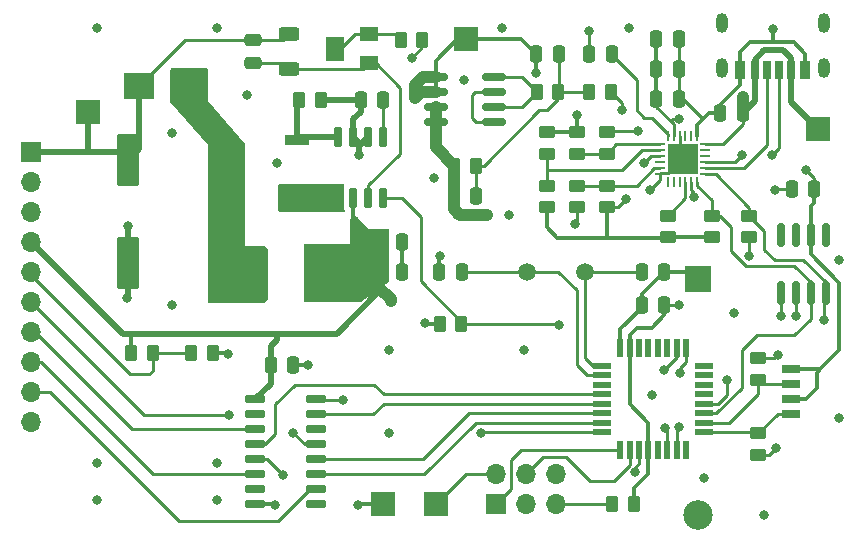
<source format=gbr>
%TF.GenerationSoftware,KiCad,Pcbnew,(6.0.2)*%
%TF.CreationDate,2023-05-20T08:16:15+01:00*%
%TF.ProjectId,Main Board,4d61696e-2042-46f6-9172-642e6b696361,rev?*%
%TF.SameCoordinates,Original*%
%TF.FileFunction,Copper,L1,Top*%
%TF.FilePolarity,Positive*%
%FSLAX46Y46*%
G04 Gerber Fmt 4.6, Leading zero omitted, Abs format (unit mm)*
G04 Created by KiCad (PCBNEW (6.0.2)) date 2023-05-20 08:16:15*
%MOMM*%
%LPD*%
G01*
G04 APERTURE LIST*
G04 Aperture macros list*
%AMRoundRect*
0 Rectangle with rounded corners*
0 $1 Rounding radius*
0 $2 $3 $4 $5 $6 $7 $8 $9 X,Y pos of 4 corners*
0 Add a 4 corners polygon primitive as box body*
4,1,4,$2,$3,$4,$5,$6,$7,$8,$9,$2,$3,0*
0 Add four circle primitives for the rounded corners*
1,1,$1+$1,$2,$3*
1,1,$1+$1,$4,$5*
1,1,$1+$1,$6,$7*
1,1,$1+$1,$8,$9*
0 Add four rect primitives between the rounded corners*
20,1,$1+$1,$2,$3,$4,$5,0*
20,1,$1+$1,$4,$5,$6,$7,0*
20,1,$1+$1,$6,$7,$8,$9,0*
20,1,$1+$1,$8,$9,$2,$3,0*%
G04 Aperture macros list end*
%TA.AperFunction,SMDPad,CuDef*%
%ADD10RoundRect,0.250000X-0.250000X-0.475000X0.250000X-0.475000X0.250000X0.475000X-0.250000X0.475000X0*%
%TD*%
%TA.AperFunction,SMDPad,CuDef*%
%ADD11R,2.150000X0.950000*%
%TD*%
%TA.AperFunction,SMDPad,CuDef*%
%ADD12R,2.150000X3.250000*%
%TD*%
%TA.AperFunction,SMDPad,CuDef*%
%ADD13RoundRect,0.250000X-0.262500X-0.450000X0.262500X-0.450000X0.262500X0.450000X-0.262500X0.450000X0*%
%TD*%
%TA.AperFunction,SMDPad,CuDef*%
%ADD14RoundRect,0.150000X0.825000X0.150000X-0.825000X0.150000X-0.825000X-0.150000X0.825000X-0.150000X0*%
%TD*%
%TA.AperFunction,SMDPad,CuDef*%
%ADD15RoundRect,0.250000X0.250000X0.475000X-0.250000X0.475000X-0.250000X-0.475000X0.250000X-0.475000X0*%
%TD*%
%TA.AperFunction,SMDPad,CuDef*%
%ADD16R,1.600000X1.300000*%
%TD*%
%TA.AperFunction,SMDPad,CuDef*%
%ADD17R,1.600000X2.000000*%
%TD*%
%TA.AperFunction,SMDPad,CuDef*%
%ADD18RoundRect,0.250000X-0.450000X0.262500X-0.450000X-0.262500X0.450000X-0.262500X0.450000X0.262500X0*%
%TD*%
%TA.AperFunction,SMDPad,CuDef*%
%ADD19R,2.000000X2.000000*%
%TD*%
%TA.AperFunction,SMDPad,CuDef*%
%ADD20RoundRect,0.250000X0.262500X0.450000X-0.262500X0.450000X-0.262500X-0.450000X0.262500X-0.450000X0*%
%TD*%
%TA.AperFunction,SMDPad,CuDef*%
%ADD21R,4.300000X4.000000*%
%TD*%
%TA.AperFunction,SMDPad,CuDef*%
%ADD22RoundRect,0.250000X0.450000X-0.262500X0.450000X0.262500X-0.450000X0.262500X-0.450000X-0.262500X0*%
%TD*%
%TA.AperFunction,WasherPad*%
%ADD23O,1.000000X1.700000*%
%TD*%
%TA.AperFunction,SMDPad,CuDef*%
%ADD24R,0.700000X1.600000*%
%TD*%
%TA.AperFunction,SMDPad,CuDef*%
%ADD25R,0.800000X1.600000*%
%TD*%
%TA.AperFunction,SMDPad,CuDef*%
%ADD26R,0.900000X1.600000*%
%TD*%
%TA.AperFunction,SMDPad,CuDef*%
%ADD27R,0.550000X1.500000*%
%TD*%
%TA.AperFunction,SMDPad,CuDef*%
%ADD28R,1.500000X0.550000*%
%TD*%
%TA.AperFunction,SMDPad,CuDef*%
%ADD29R,2.600000X2.600000*%
%TD*%
%TA.AperFunction,SMDPad,CuDef*%
%ADD30RoundRect,0.062500X-0.062500X-0.350000X0.062500X-0.350000X0.062500X0.350000X-0.062500X0.350000X0*%
%TD*%
%TA.AperFunction,SMDPad,CuDef*%
%ADD31RoundRect,0.062500X-0.350000X-0.062500X0.350000X-0.062500X0.350000X0.062500X-0.350000X0.062500X0*%
%TD*%
%TA.AperFunction,SMDPad,CuDef*%
%ADD32RoundRect,0.150000X0.150000X-0.725000X0.150000X0.725000X-0.150000X0.725000X-0.150000X-0.725000X0*%
%TD*%
%TA.AperFunction,SMDPad,CuDef*%
%ADD33RoundRect,0.250000X-0.625000X0.312500X-0.625000X-0.312500X0.625000X-0.312500X0.625000X0.312500X0*%
%TD*%
%TA.AperFunction,SMDPad,CuDef*%
%ADD34R,1.600000X0.800000*%
%TD*%
%TA.AperFunction,SMDPad,CuDef*%
%ADD35R,2.500000X2.300000*%
%TD*%
%TA.AperFunction,SMDPad,CuDef*%
%ADD36RoundRect,0.150000X-0.725000X-0.150000X0.725000X-0.150000X0.725000X0.150000X-0.725000X0.150000X0*%
%TD*%
%TA.AperFunction,ComponentPad*%
%ADD37R,1.700000X1.700000*%
%TD*%
%TA.AperFunction,ComponentPad*%
%ADD38O,1.700000X1.700000*%
%TD*%
%TA.AperFunction,SMDPad,CuDef*%
%ADD39RoundRect,0.150000X-0.150000X0.825000X-0.150000X-0.825000X0.150000X-0.825000X0.150000X0.825000X0*%
%TD*%
%TA.AperFunction,ComponentPad*%
%ADD40C,1.500000*%
%TD*%
%TA.AperFunction,SMDPad,CuDef*%
%ADD41RoundRect,0.250000X-0.700000X1.950000X-0.700000X-1.950000X0.700000X-1.950000X0.700000X1.950000X0*%
%TD*%
%TA.AperFunction,SMDPad,CuDef*%
%ADD42RoundRect,0.250000X-0.475000X0.250000X-0.475000X-0.250000X0.475000X-0.250000X0.475000X0.250000X0*%
%TD*%
%TA.AperFunction,ComponentPad*%
%ADD43R,2.170000X2.170000*%
%TD*%
%TA.AperFunction,ComponentPad*%
%ADD44C,2.500000*%
%TD*%
%TA.AperFunction,ViaPad*%
%ADD45C,0.800000*%
%TD*%
%TA.AperFunction,Conductor*%
%ADD46C,0.500000*%
%TD*%
%TA.AperFunction,Conductor*%
%ADD47C,1.000000*%
%TD*%
%TA.AperFunction,Conductor*%
%ADD48C,0.350000*%
%TD*%
%TA.AperFunction,Conductor*%
%ADD49C,0.250000*%
%TD*%
G04 APERTURE END LIST*
D10*
%TO.P,C4,1*%
%TO.N,/VBUS*%
X152142233Y-86622233D03*
%TO.P,C4,2*%
%TO.N,Net-(C4-Pad2)*%
X154042233Y-86622233D03*
%TD*%
D11*
%TO.P,Q2,1,G*%
%TO.N,Net-(Q2-Pad1)*%
X138897233Y-86501000D03*
D12*
%TO.P,Q2,2,D*%
%TO.N,Net-(D1-Pad2)*%
X133097233Y-84201000D03*
D11*
%TO.P,Q2,3,S*%
%TO.N,Net-(Q2-Pad3)*%
X138897233Y-81901000D03*
%TD*%
D13*
%TO.P,R14,1*%
%TO.N,+12V*%
X124820250Y-99949000D03*
%TO.P,R14,2*%
%TO.N,POLARITY_COND*%
X126645250Y-99949000D03*
%TD*%
D10*
%TO.P,C5,1*%
%TO.N,+3V3*%
X169287233Y-78437233D03*
%TO.P,C5,2*%
%TO.N,GND*%
X171187233Y-78437233D03*
%TD*%
D14*
%TO.P,Q1,1,S*%
%TO.N,Net-(Q1-Pad1)*%
X155567233Y-80342233D03*
%TO.P,Q1,2,G*%
%TO.N,Net-(Q1-Pad2)*%
X155567233Y-79072233D03*
%TO.P,Q1,3,S*%
%TO.N,Net-(Q1-Pad1)*%
X155567233Y-77802233D03*
%TO.P,Q1,4,G*%
%TO.N,Net-(Q1-Pad2)*%
X155567233Y-76532233D03*
%TO.P,Q1,5,D*%
%TO.N,+12V*%
X150617233Y-76532233D03*
%TO.P,Q1,6,G*%
X150617233Y-77802233D03*
%TO.P,Q1,7,D*%
%TO.N,/VBUS*%
X150617233Y-79072233D03*
%TO.P,Q1,8,G*%
X150617233Y-80342233D03*
%TD*%
D13*
%TO.P,R9,2*%
%TO.N,/VBUS_FET_EN*%
X165434733Y-77802233D03*
%TO.P,R9,1*%
%TO.N,Net-(C4-Pad2)*%
X163609733Y-77802233D03*
%TD*%
%TO.P,R8,1*%
%TO.N,Net-(Q1-Pad2)*%
X159164733Y-77802233D03*
%TO.P,R8,2*%
%TO.N,Net-(C4-Pad2)*%
X160989733Y-77802233D03*
%TD*%
D15*
%TO.P,C10,1*%
%TO.N,Net-(C10-Pad1)*%
X146152233Y-78486000D03*
%TO.P,C10,2*%
%TO.N,GND*%
X144252233Y-78486000D03*
%TD*%
D16*
%TO.P,RV1,1,1*%
%TO.N,FB*%
X144960000Y-75418000D03*
D17*
%TO.P,RV1,2,2*%
%TO.N,Net-(R21-Pad1)*%
X142060000Y-74168000D03*
D16*
%TO.P,RV1,3,3*%
X144960000Y-72918000D03*
%TD*%
D18*
%TO.P,R18,1*%
%TO.N,MINUTE_SET*%
X177907233Y-106734733D03*
%TO.P,R18,2*%
%TO.N,GND*%
X177907233Y-108559733D03*
%TD*%
%TO.P,R3,1*%
%TO.N,+3V3*%
X165100000Y-81264733D03*
%TO.P,R3,2*%
%TO.N,/VBUS_MIN*%
X165100000Y-83089733D03*
%TD*%
D15*
%TO.P,C1,1*%
%TO.N,/VBUS*%
X176587233Y-79637233D03*
%TO.P,C1,2*%
%TO.N,GND*%
X174687233Y-79637233D03*
%TD*%
%TO.P,C12,1*%
%TO.N,/XTAL2*%
X152822233Y-93042233D03*
%TO.P,C12,2*%
%TO.N,GND*%
X150922233Y-93042233D03*
%TD*%
D19*
%TO.P,TP2,1,1*%
%TO.N,GND*%
X146157233Y-112727233D03*
%TD*%
D20*
%TO.P,R17,1*%
%TO.N,SHDN*%
X152784733Y-97487233D03*
%TO.P,R17,2*%
%TO.N,GND*%
X150959733Y-97487233D03*
%TD*%
D21*
%TO.P,L1,1,1*%
%TO.N,+12V*%
X141952233Y-93306000D03*
%TO.P,L1,2,2*%
%TO.N,Net-(D1-Pad2)*%
X133852233Y-93306000D03*
%TD*%
D22*
%TO.P,R4,2*%
%TO.N,GND*%
X162560000Y-81264733D03*
%TO.P,R4,1*%
%TO.N,/VBUS_MIN*%
X162560000Y-83089733D03*
%TD*%
D10*
%TO.P,C17,1*%
%TO.N,+12V*%
X136637233Y-100967233D03*
%TO.P,C17,2*%
%TO.N,GND*%
X138537233Y-100967233D03*
%TD*%
D23*
%TO.P,U1,*%
%TO.N,*%
X174837233Y-75772233D03*
X183477233Y-75772233D03*
X174837233Y-71972233D03*
X183477233Y-71972233D03*
D24*
%TO.P,U1,A5,CC1*%
%TO.N,/CC1*%
X179657233Y-75952233D03*
D25*
%TO.P,U1,A9,VBUS*%
%TO.N,/VBUS*%
X177637233Y-75952233D03*
D26*
%TO.P,U1,A12,GND*%
%TO.N,GND*%
X176407233Y-75952233D03*
D24*
%TO.P,U1,B5,CC2*%
%TO.N,/CC2*%
X178657233Y-75952233D03*
D25*
%TO.P,U1,B9,VBUS*%
%TO.N,/VBUS*%
X180677233Y-75952233D03*
D26*
%TO.P,U1,B12,GND*%
%TO.N,GND*%
X181907233Y-75952233D03*
%TD*%
D27*
%TO.P,U4,1,PC6*%
%TO.N,RESET*%
X171817233Y-99537233D03*
%TO.P,U4,2,PD0*%
%TO.N,CONFIG*%
X171017233Y-99537233D03*
%TO.P,U4,3,PD1*%
%TO.N,unconnected-(U4-Pad3)*%
X170217233Y-99537233D03*
%TO.P,U4,4,PD2*%
%TO.N,unconnected-(U4-Pad4)*%
X169417233Y-99537233D03*
%TO.P,U4,5,PD3*%
%TO.N,unconnected-(U4-Pad5)*%
X168617233Y-99537233D03*
%TO.P,U4,6,PD4*%
%TO.N,unconnected-(U4-Pad6)*%
X167817233Y-99537233D03*
%TO.P,U4,7,VCC*%
%TO.N,+3V3*%
X167017233Y-99537233D03*
%TO.P,U4,8,GND*%
%TO.N,GND*%
X166217233Y-99537233D03*
D28*
%TO.P,U4,9,PB6*%
%TO.N,/XTAL1*%
X164717233Y-101037233D03*
%TO.P,U4,10,PB7*%
%TO.N,/XTAL2*%
X164717233Y-101837233D03*
%TO.P,U4,11,PD5*%
%TO.N,unconnected-(U4-Pad11)*%
X164717233Y-102637233D03*
%TO.P,U4,12,PD6*%
%TO.N,LATCH_EN*%
X164717233Y-103437233D03*
%TO.P,U4,13,PD7*%
%TO.N,OE*%
X164717233Y-104237233D03*
%TO.P,U4,14,PB0*%
%TO.N,SHIFT_CLK*%
X164717233Y-105037233D03*
%TO.P,U4,15,PB1*%
%TO.N,BLANKING*%
X164717233Y-105837233D03*
%TO.P,U4,16,PB2*%
%TO.N,DATA_IN*%
X164717233Y-106637233D03*
D27*
%TO.P,U4,17,PB3*%
%TO.N,MOSI*%
X166217233Y-108137233D03*
%TO.P,U4,18,PB4*%
%TO.N,MISO*%
X167017233Y-108137233D03*
%TO.P,U4,19,PB5*%
%TO.N,CLK*%
X167817233Y-108137233D03*
%TO.P,U4,20,AVCC*%
%TO.N,+3V3*%
X168617233Y-108137233D03*
%TO.P,U4,21,AREF*%
%TO.N,unconnected-(U4-Pad21)*%
X169417233Y-108137233D03*
%TO.P,U4,22,GND*%
%TO.N,GND*%
X170217233Y-108137233D03*
%TO.P,U4,23,PC0*%
%TO.N,SHDN*%
X171017233Y-108137233D03*
%TO.P,U4,24,PC1*%
%TO.N,unconnected-(U4-Pad24)*%
X171817233Y-108137233D03*
D28*
%TO.P,U4,25,PC2*%
%TO.N,MINUTE_SET*%
X173317233Y-106637233D03*
%TO.P,U4,26,PC3*%
%TO.N,HOUR_SET*%
X173317233Y-105837233D03*
%TO.P,U4,27,PC4*%
%TO.N,SDA*%
X173317233Y-105037233D03*
%TO.P,U4,28,PC5*%
%TO.N,SCL*%
X173317233Y-104237233D03*
%TO.P,U4,29*%
%TO.N,N/C*%
X173317233Y-103437233D03*
%TO.P,U4,30*%
X173317233Y-102637233D03*
%TO.P,U4,31*%
X173317233Y-101837233D03*
%TO.P,U4,32*%
X173317233Y-101037233D03*
%TD*%
D10*
%TO.P,C3,1*%
%TO.N,+3V3*%
X169287233Y-75897233D03*
%TO.P,C3,2*%
%TO.N,GND*%
X171187233Y-75897233D03*
%TD*%
D29*
%TO.P,U2,25,EPAD*%
%TO.N,GND*%
X171507233Y-83532233D03*
D30*
%TO.P,U2,24,VCCD*%
%TO.N,Net-(C6-Pad1)*%
X170257233Y-81594733D03*
%TO.P,U2,23,VDDD*%
%TO.N,+3V3*%
X170757233Y-81594733D03*
%TO.P,U2,22,VSS*%
%TO.N,GND*%
X171257233Y-81594733D03*
%TO.P,U2,21,DNU2*%
%TO.N,unconnected-(U2-Pad21)*%
X171757233Y-81594733D03*
%TO.P,U2,20,DNU1*%
%TO.N,unconnected-(U2-Pad20)*%
X172257233Y-81594733D03*
%TO.P,U2,19,GND*%
%TO.N,GND*%
X172757233Y-81594733D03*
D31*
%TO.P,U2,18,VBUS_IN*%
%TO.N,/VBUS*%
X173444733Y-82282233D03*
%TO.P,U2,17,D+*%
%TO.N,unconnected-(U2-Pad17)*%
X173444733Y-82782233D03*
%TO.P,U2,16,D-*%
%TO.N,unconnected-(U2-Pad16)*%
X173444733Y-83282233D03*
%TO.P,U2,15,CC1*%
%TO.N,/CC1*%
X173444733Y-83782233D03*
%TO.P,U2,14,CC2*%
%TO.N,/CC2*%
X173444733Y-84282233D03*
%TO.P,U2,13,HPI_SCL*%
%TO.N,SCL*%
X173444733Y-84782233D03*
D30*
%TO.P,U2,12,HPI_SDA*%
%TO.N,SDA*%
X172757233Y-85469733D03*
%TO.P,U2,11,VDC_OUT*%
%TO.N,+12V*%
X172257233Y-85469733D03*
%TO.P,U2,10,FLIP*%
%TO.N,/FLIP*%
X171757233Y-85469733D03*
%TO.P,U2,9,FAULT*%
%TO.N,unconnected-(U2-Pad9)*%
X171257233Y-85469733D03*
%TO.P,U2,8,GPIO_1*%
%TO.N,unconnected-(U2-Pad8)*%
X170757233Y-85469733D03*
%TO.P,U2,7,HPI_INT*%
%TO.N,unconnected-(U2-Pad7)*%
X170257233Y-85469733D03*
D31*
%TO.P,U2,6,ISNK_FINE*%
%TO.N,GND*%
X169569733Y-84782233D03*
%TO.P,U2,5,ISNK_COURSE*%
%TO.N,/ISNK_COURSE*%
X169569733Y-84282233D03*
%TO.P,U2,4,SAFE_PWR_EN*%
%TO.N,unconnected-(U2-Pad4)*%
X169569733Y-83782233D03*
%TO.P,U2,3,VBUS_FET_EN*%
%TO.N,/VBUS_FET_EN*%
X169569733Y-83282233D03*
%TO.P,U2,2,VBUS_MAX*%
%TO.N,/VBUS_MAX*%
X169569733Y-82782233D03*
%TO.P,U2,1,VBUS_MIN*%
%TO.N,/VBUS_MIN*%
X169569733Y-82282233D03*
%TD*%
D13*
%TO.P,R21,1*%
%TO.N,Net-(R21-Pad1)*%
X147654000Y-73406000D03*
%TO.P,R21,2*%
%TO.N,GND*%
X149479000Y-73406000D03*
%TD*%
D18*
%TO.P,R6,1*%
%TO.N,/ISNK_COURSE*%
X162560000Y-85779733D03*
%TO.P,R6,2*%
%TO.N,GND*%
X162560000Y-87604733D03*
%TD*%
D15*
%TO.P,C15,1*%
%TO.N,+3V3*%
X169967233Y-95885000D03*
%TO.P,C15,2*%
%TO.N,GND*%
X168067233Y-95885000D03*
%TD*%
D32*
%TO.P,U3,1,EXT*%
%TO.N,Net-(Q2-Pad1)*%
X142347233Y-86776000D03*
%TO.P,U3,2,V+*%
%TO.N,+12V*%
X143617233Y-86776000D03*
%TO.P,U3,3,FB*%
%TO.N,FB*%
X144887233Y-86776000D03*
%TO.P,U3,4,SHDN*%
%TO.N,SHDN*%
X146157233Y-86776000D03*
%TO.P,U3,5,REF*%
%TO.N,Net-(C10-Pad1)*%
X146157233Y-81626000D03*
%TO.P,U3,6,AGND*%
%TO.N,GND*%
X144887233Y-81626000D03*
%TO.P,U3,7,GND*%
X143617233Y-81626000D03*
%TO.P,U3,8,CS*%
%TO.N,Net-(Q2-Pad3)*%
X142347233Y-81626000D03*
%TD*%
D19*
%TO.P,TP1,1,1*%
%TO.N,/VBUS*%
X182987233Y-80977233D03*
%TD*%
%TO.P,TP4,1,1*%
%TO.N,+12V*%
X153142233Y-73357233D03*
%TD*%
D22*
%TO.P,R10,1*%
%TO.N,+3V3*%
X173990000Y-90144733D03*
%TO.P,R10,2*%
%TO.N,SDA*%
X173990000Y-88319733D03*
%TD*%
D10*
%TO.P,C2,1*%
%TO.N,+3V3*%
X169287233Y-73357233D03*
%TO.P,C2,2*%
%TO.N,GND*%
X171187233Y-73357233D03*
%TD*%
D19*
%TO.P,TP3,1,1*%
%TO.N,+3V3*%
X150602233Y-112727233D03*
%TD*%
D33*
%TO.P,R20,1*%
%TO.N,+170VDC*%
X138176000Y-72959500D03*
%TO.P,R20,2*%
%TO.N,FB*%
X138176000Y-75884500D03*
%TD*%
D22*
%TO.P,R5,1*%
%TO.N,+3V3*%
X165100000Y-87604733D03*
%TO.P,R5,2*%
%TO.N,/ISNK_COURSE*%
X165100000Y-85779733D03*
%TD*%
D34*
%TO.P,J1,1,Pin_1*%
%TO.N,+3V3*%
X180717233Y-101327233D03*
%TO.P,J1,2,Pin_2*%
%TO.N,HOUR_SET*%
X180717233Y-102577233D03*
%TO.P,J1,3,Pin_3*%
%TO.N,+3V3*%
X180717233Y-103827233D03*
%TO.P,J1,4,Pin_4*%
%TO.N,MINUTE_SET*%
X180717233Y-105077233D03*
%TD*%
D22*
%TO.P,R1,1*%
%TO.N,+3V3*%
X160020000Y-87604733D03*
%TO.P,R1,2*%
%TO.N,/VBUS_MAX*%
X160020000Y-85779733D03*
%TD*%
%TO.P,R12,1*%
%TO.N,+3V3*%
X170287233Y-90144733D03*
%TO.P,R12,2*%
%TO.N,/FLIP*%
X170287233Y-88319733D03*
%TD*%
D15*
%TO.P,C6,1*%
%TO.N,Net-(C6-Pad1)*%
X165522233Y-74627233D03*
%TO.P,C6,2*%
%TO.N,GND*%
X163622233Y-74627233D03*
%TD*%
D13*
%TO.P,R19,1*%
%TO.N,Net-(Q2-Pad3)*%
X139041500Y-78486000D03*
%TO.P,R19,2*%
%TO.N,GND*%
X140866500Y-78486000D03*
%TD*%
D19*
%TO.P,TP5,1,1*%
%TO.N,+170VDC*%
X121158000Y-79502000D03*
%TD*%
D22*
%TO.P,R11,1*%
%TO.N,+3V3*%
X177165000Y-90144733D03*
%TO.P,R11,2*%
%TO.N,SCL*%
X177165000Y-88319733D03*
%TD*%
D10*
%TO.P,C7,1*%
%TO.N,+12V*%
X159127233Y-74627233D03*
%TO.P,C7,2*%
%TO.N,Net-(C4-Pad2)*%
X161027233Y-74627233D03*
%TD*%
D13*
%TO.P,R7,1*%
%TO.N,/VBUS*%
X152179733Y-84082233D03*
%TO.P,R7,2*%
%TO.N,Net-(C4-Pad2)*%
X154004733Y-84082233D03*
%TD*%
%TO.P,R15,1*%
%TO.N,POLARITY_COND*%
X129900250Y-99949000D03*
%TO.P,R15,2*%
%TO.N,GND*%
X131725250Y-99949000D03*
%TD*%
D35*
%TO.P,D1,1,K*%
%TO.N,+170VDC*%
X125485000Y-77343000D03*
%TO.P,D1,2,A*%
%TO.N,Net-(D1-Pad2)*%
X129785000Y-77343000D03*
%TD*%
D36*
%TO.P,U5,1,VDD(B)*%
%TO.N,+12V*%
X135327233Y-103837233D03*
%TO.P,U5,2,nB0*%
%TO.N,unconnected-(U5-Pad2)*%
X135327233Y-105107233D03*
%TO.P,U5,3,B0*%
%TO.N,LATCH_EN_COND*%
X135327233Y-106377233D03*
%TO.P,U5,4,A0*%
%TO.N,LATCH_EN*%
X135327233Y-107647233D03*
%TO.P,U5,5,A1*%
%TO.N,DATA_IN*%
X135327233Y-108917233D03*
%TO.P,U5,6,B1*%
%TO.N,DATA_IN_COND*%
X135327233Y-110187233D03*
%TO.P,U5,7,nB1*%
%TO.N,unconnected-(U5-Pad7)*%
X135327233Y-111457233D03*
%TO.P,U5,8,VSS*%
%TO.N,GND*%
X135327233Y-112727233D03*
%TO.P,U5,9,nB2*%
%TO.N,unconnected-(U5-Pad9)*%
X140477233Y-112727233D03*
%TO.P,U5,10,B2*%
%TO.N,BLANKING_COND*%
X140477233Y-111457233D03*
%TO.P,U5,11,A2*%
%TO.N,BLANKING*%
X140477233Y-110187233D03*
%TO.P,U5,12,A3*%
%TO.N,SHIFT_CLK*%
X140477233Y-108917233D03*
%TO.P,U5,13,B3*%
%TO.N,SHIFT_CLK_COND*%
X140477233Y-107647233D03*
%TO.P,U5,14,nB3*%
%TO.N,unconnected-(U5-Pad14)*%
X140477233Y-106377233D03*
%TO.P,U5,15,OE*%
%TO.N,OE*%
X140477233Y-105107233D03*
%TO.P,U5,16,VDD(A)*%
%TO.N,+3V3*%
X140477233Y-103837233D03*
%TD*%
D15*
%TO.P,C11,1*%
%TO.N,GND*%
X169967233Y-93042233D03*
%TO.P,C11,2*%
%TO.N,/XTAL1*%
X168067233Y-93042233D03*
%TD*%
D37*
%TO.P,J2,1,Pin_1*%
%TO.N,MOSI*%
X155682233Y-112727233D03*
D38*
%TO.P,J2,2,Pin_2*%
%TO.N,+3V3*%
X155682233Y-110187233D03*
%TO.P,J2,3,Pin_3*%
%TO.N,CLK*%
X158222233Y-112727233D03*
%TO.P,J2,4,Pin_4*%
%TO.N,MISO*%
X158222233Y-110187233D03*
%TO.P,J2,5,Pin_5*%
%TO.N,RESET*%
X160762233Y-112727233D03*
%TO.P,J2,6,Pin_6*%
%TO.N,GND*%
X160762233Y-110187233D03*
%TD*%
D10*
%TO.P,C8,1*%
%TO.N,+12V*%
X145842233Y-93091000D03*
%TO.P,C8,2*%
%TO.N,GND*%
X147742233Y-93091000D03*
%TD*%
D39*
%TO.P,U6,1,32KHZ*%
%TO.N,unconnected-(U6-Pad1)*%
X183622233Y-89932233D03*
%TO.P,U6,2,VCC*%
%TO.N,+3V3*%
X182352233Y-89932233D03*
%TO.P,U6,3,~{INT}/SQW*%
%TO.N,unconnected-(U6-Pad3)*%
X181082233Y-89932233D03*
%TO.P,U6,4,~{RST}*%
%TO.N,unconnected-(U6-Pad4)*%
X179812233Y-89932233D03*
%TO.P,U6,5,GND*%
%TO.N,GND*%
X179812233Y-94882233D03*
%TO.P,U6,6,VBAT*%
%TO.N,Net-(BAT1-PadPos)*%
X181082233Y-94882233D03*
%TO.P,U6,7,SDA*%
%TO.N,SDA*%
X182352233Y-94882233D03*
%TO.P,U6,8,SCL*%
%TO.N,SCL*%
X183622233Y-94882233D03*
%TD*%
D40*
%TO.P,Y1,1,1*%
%TO.N,/XTAL1*%
X163212233Y-93042233D03*
%TO.P,Y1,2,2*%
%TO.N,/XTAL2*%
X158332233Y-93042233D03*
%TD*%
D22*
%TO.P,R16,1*%
%TO.N,HOUR_SET*%
X177907233Y-102209733D03*
%TO.P,R16,2*%
%TO.N,GND*%
X177907233Y-100384733D03*
%TD*%
D20*
%TO.P,R13,1*%
%TO.N,+3V3*%
X167389733Y-112727233D03*
%TO.P,R13,2*%
%TO.N,RESET*%
X165564733Y-112727233D03*
%TD*%
D15*
%TO.P,C16,1*%
%TO.N,+3V3*%
X182667233Y-86057233D03*
%TO.P,C16,2*%
%TO.N,GND*%
X180767233Y-86057233D03*
%TD*%
D41*
%TO.P,C13,1*%
%TO.N,+170VDC*%
X124567233Y-83592233D03*
%TO.P,C13,2*%
%TO.N,GND*%
X124567233Y-92292233D03*
%TD*%
D37*
%TO.P,J3,1,Pin_1*%
%TO.N,+170VDC*%
X116312233Y-82882233D03*
D38*
%TO.P,J3,2,Pin_2*%
%TO.N,GND*%
X116312233Y-85422233D03*
%TO.P,J3,3,Pin_3*%
%TO.N,CONFIG*%
X116312233Y-87962233D03*
%TO.P,J3,4,Pin_4*%
%TO.N,+12V*%
X116312233Y-90502233D03*
%TO.P,J3,5,Pin_5*%
%TO.N,POLARITY_COND*%
X116312233Y-93042233D03*
%TO.P,J3,6,Pin_6*%
%TO.N,SHIFT_CLK_COND*%
X116312233Y-95582233D03*
%TO.P,J3,7,Pin_7*%
%TO.N,LATCH_EN_COND*%
X116312233Y-98122233D03*
%TO.P,J3,8,Pin_8*%
%TO.N,DATA_IN_COND*%
X116312233Y-100662233D03*
%TO.P,J3,9,Pin_9*%
%TO.N,BLANKING_COND*%
X116312233Y-103202233D03*
%TO.P,J3,10,Pin_10*%
%TO.N,GND*%
X116312233Y-105742233D03*
%TD*%
D22*
%TO.P,R2,2*%
%TO.N,GND*%
X160020000Y-81264733D03*
%TO.P,R2,1*%
%TO.N,/VBUS_MAX*%
X160020000Y-83089733D03*
%TD*%
D42*
%TO.P,C14,1*%
%TO.N,+170VDC*%
X135128000Y-73472000D03*
%TO.P,C14,2*%
%TO.N,FB*%
X135128000Y-75372000D03*
%TD*%
D15*
%TO.P,C9,1*%
%TO.N,GND*%
X147742233Y-90551000D03*
%TO.P,C9,2*%
%TO.N,+12V*%
X145842233Y-90551000D03*
%TD*%
D43*
%TO.P,BAT1,Neg*%
%TO.N,GND*%
X172827233Y-93677233D03*
D44*
%TO.P,BAT1,Pos*%
%TO.N,Net-(BAT1-PadPos)*%
X172827233Y-113677233D03*
%TD*%
D45*
%TO.N,GND*%
X124460000Y-95250000D03*
%TO.N,/VBUS*%
X154940000Y-88265000D03*
X153670000Y-88265000D03*
X152400000Y-88265000D03*
%TO.N,GND*%
X170053000Y-106299000D03*
X149733000Y-97409000D03*
X121920000Y-109220000D03*
X175895000Y-96520000D03*
X146685000Y-99695000D03*
X184785000Y-105410000D03*
X134620000Y-78105000D03*
X139827000Y-100965000D03*
X167005000Y-72390000D03*
X162433000Y-89027000D03*
X158115000Y-99695000D03*
X147701000Y-93345000D03*
X132080000Y-72390000D03*
X137160000Y-83820000D03*
X128270000Y-81280000D03*
X132080000Y-112395000D03*
X156210000Y-72390000D03*
X121920000Y-112395000D03*
X132991517Y-99997767D03*
X179197000Y-72517000D03*
X162560000Y-79756000D03*
X179451000Y-107950000D03*
X179832000Y-96774000D03*
X163576000Y-72644000D03*
X173355000Y-110490000D03*
X150495000Y-85090000D03*
X151003000Y-91694000D03*
X124587000Y-89154000D03*
X144145000Y-83185000D03*
X178435000Y-113665000D03*
X128270000Y-95885000D03*
X184785000Y-92075000D03*
X144018000Y-112776000D03*
X156845000Y-88265000D03*
X148590000Y-74930000D03*
X121920000Y-72390000D03*
X146685000Y-106680000D03*
X153035000Y-76835000D03*
X168783000Y-86106000D03*
X132080000Y-109220000D03*
X179578000Y-100076000D03*
X137033000Y-112776000D03*
X168910000Y-103505000D03*
X179324000Y-86106000D03*
%TO.N,Net-(BAT1-PadPos)*%
X181102000Y-96774000D03*
%TO.N,+3V3*%
X181991000Y-84455000D03*
X166751000Y-86868000D03*
X171196000Y-95885000D03*
X142748000Y-103886000D03*
X177165000Y-91694000D03*
X171196000Y-80137000D03*
X167767000Y-81153000D03*
%TO.N,+12V*%
X172481733Y-86741000D03*
X159131000Y-76200000D03*
X148844000Y-78359000D03*
X146812000Y-95504000D03*
%TO.N,CLK*%
X167513000Y-109982000D03*
%TO.N,RESET*%
X171323000Y-101600000D03*
%TO.N,SHIFT_CLK_COND*%
X138557000Y-106680000D03*
X133096000Y-105156000D03*
%TO.N,CONFIG*%
X169926000Y-101346000D03*
%TO.N,/VBUS_FET_EN*%
X166370000Y-79375000D03*
X168275000Y-83820000D03*
%TO.N,SCL*%
X183515000Y-97155000D03*
X175260000Y-102235000D03*
%TO.N,SHDN*%
X161036000Y-97536000D03*
X171196000Y-106172000D03*
%TO.N,/CC1*%
X176530000Y-83185000D03*
X179070000Y-83185000D03*
%TO.N,DATA_IN*%
X154432000Y-106680000D03*
X137668000Y-110236000D03*
%TO.N,/VBUS*%
X176530000Y-78232000D03*
%TD*%
D46*
%TO.N,GND*%
X124567233Y-95142767D02*
X124460000Y-95250000D01*
X124567233Y-92292233D02*
X124567233Y-95142767D01*
D47*
%TO.N,+12V*%
X146812000Y-95377000D02*
X145842233Y-94407233D01*
X145842233Y-94407233D02*
X145842233Y-93091000D01*
X146812000Y-95504000D02*
X146812000Y-95377000D01*
D48*
X143617233Y-88326000D02*
X145842233Y-90551000D01*
X143617233Y-86776000D02*
X143617233Y-88326000D01*
D47*
%TO.N,/VBUS*%
X153670000Y-88265000D02*
X154940000Y-88265000D01*
X152654000Y-88265000D02*
X153670000Y-88265000D01*
D49*
%TO.N,GND*%
X171187233Y-75897233D02*
X171187233Y-78437233D01*
D48*
X169967233Y-93042233D02*
X172192233Y-93042233D01*
X172757233Y-81594733D02*
X172757233Y-80607767D01*
X173727767Y-79637233D02*
X174687233Y-79637233D01*
D46*
X144252233Y-78486000D02*
X144252233Y-79521767D01*
X144145000Y-83185000D02*
X144145000Y-82153767D01*
D48*
X150922233Y-91774767D02*
X151003000Y-91694000D01*
D49*
X163622233Y-72690233D02*
X163576000Y-72644000D01*
D48*
X149811233Y-97487233D02*
X149733000Y-97409000D01*
X174687233Y-78931767D02*
X176407233Y-77211767D01*
X181907233Y-74592233D02*
X181907233Y-75952233D01*
D49*
X162560000Y-88900000D02*
X162433000Y-89027000D01*
D48*
X168067233Y-95885000D02*
X168067233Y-94942233D01*
D49*
X149479000Y-74041000D02*
X148590000Y-74930000D01*
X171187233Y-73357233D02*
X171187233Y-75897233D01*
X169569733Y-85319267D02*
X168783000Y-86106000D01*
D48*
X144066767Y-112727233D02*
X144018000Y-112776000D01*
D46*
X124567233Y-89173767D02*
X124587000Y-89154000D01*
D49*
X149479000Y-73406000D02*
X149479000Y-74041000D01*
X170217233Y-106463233D02*
X170053000Y-106299000D01*
D48*
X150959733Y-97487233D02*
X149811233Y-97487233D01*
D49*
X162560000Y-87604733D02*
X162560000Y-88900000D01*
D48*
X176407233Y-77211767D02*
X176407233Y-75952233D01*
X139824767Y-100967233D02*
X139827000Y-100965000D01*
D49*
X171528233Y-78437233D02*
X173228000Y-80137000D01*
D48*
X147742233Y-93303767D02*
X147742233Y-90551000D01*
D49*
X178841267Y-108559733D02*
X179451000Y-107950000D01*
D48*
X166217233Y-99537233D02*
X166217233Y-97942767D01*
D49*
X171257233Y-81594733D02*
X171257233Y-83282233D01*
D48*
X173228000Y-80137000D02*
X173727767Y-79637233D01*
D49*
X179269267Y-100384733D02*
X179578000Y-100076000D01*
X179372767Y-86057233D02*
X179324000Y-86106000D01*
D48*
X176407233Y-74417767D02*
X177204520Y-73620480D01*
X168067233Y-94942233D02*
X169967233Y-93042233D01*
X176407233Y-75952233D02*
X176407233Y-74417767D01*
D46*
X144145000Y-82153767D02*
X143617233Y-81626000D01*
X144252233Y-79521767D02*
X143617233Y-80156767D01*
D48*
X162560000Y-81264733D02*
X162560000Y-79756000D01*
D49*
X180767233Y-86057233D02*
X179372767Y-86057233D01*
X170217233Y-108137233D02*
X170217233Y-106463233D01*
D46*
X144145000Y-82368233D02*
X144887233Y-81626000D01*
X124567233Y-92292233D02*
X124567233Y-89173767D01*
D48*
X180935480Y-73620480D02*
X181907233Y-74592233D01*
X160020000Y-81264733D02*
X162560000Y-81264733D01*
X146157233Y-112727233D02*
X144066767Y-112727233D01*
D46*
X144145000Y-83185000D02*
X144145000Y-82368233D01*
D48*
X135327233Y-112727233D02*
X136984233Y-112727233D01*
D49*
X171257233Y-83282233D02*
X171507233Y-83532233D01*
D48*
X138537233Y-100967233D02*
X139824767Y-100967233D01*
X179157480Y-72556520D02*
X179197000Y-72517000D01*
D49*
X170307713Y-84731753D02*
X171507233Y-83532233D01*
D48*
X150922233Y-93042233D02*
X150922233Y-91774767D01*
D49*
X179812233Y-96754233D02*
X179832000Y-96774000D01*
X177907233Y-100384733D02*
X179269267Y-100384733D01*
D48*
X168067233Y-96092767D02*
X168067233Y-95885000D01*
X179157480Y-73620480D02*
X179157480Y-72556520D01*
D49*
X169620213Y-84731753D02*
X170307713Y-84731753D01*
D48*
X147701000Y-93345000D02*
X147742233Y-93303767D01*
D49*
X169569733Y-84782233D02*
X169569733Y-85319267D01*
D48*
X179157480Y-73620480D02*
X180935480Y-73620480D01*
D49*
X177907233Y-108559733D02*
X178841267Y-108559733D01*
D48*
X177204520Y-73620480D02*
X179157480Y-73620480D01*
D49*
X171187233Y-78437233D02*
X171528233Y-78437233D01*
X179812233Y-94882233D02*
X179812233Y-96754233D01*
D48*
X131725250Y-99949000D02*
X132942750Y-99949000D01*
D49*
X163622233Y-74627233D02*
X163622233Y-72690233D01*
D46*
X140866500Y-78486000D02*
X144252233Y-78486000D01*
D48*
X166217233Y-97942767D02*
X168067233Y-96092767D01*
D49*
X169569733Y-84782233D02*
X169620213Y-84731753D01*
D46*
X143617233Y-80156767D02*
X143617233Y-81626000D01*
D48*
X172757233Y-80607767D02*
X173228000Y-80137000D01*
X174687233Y-79637233D02*
X174687233Y-78931767D01*
X136984233Y-112727233D02*
X137033000Y-112776000D01*
X172192233Y-93042233D02*
X172827233Y-93677233D01*
D49*
%TO.N,Net-(BAT1-PadPos)*%
X181102000Y-96774000D02*
X181102000Y-94902000D01*
X181102000Y-94902000D02*
X181082233Y-94882233D01*
D48*
%TO.N,+3V3*%
X183152767Y-101327233D02*
X180717233Y-101327233D01*
D49*
X170688000Y-80137000D02*
X171196000Y-80137000D01*
X170757233Y-81594733D02*
X170757233Y-80587233D01*
D48*
X168617233Y-110147767D02*
X168617233Y-108137233D01*
X169287233Y-75897233D02*
X169287233Y-78437233D01*
X167389733Y-111375267D02*
X168617233Y-110147767D01*
X167389733Y-112727233D02*
X167389733Y-111375267D01*
X165100000Y-90170000D02*
X170261966Y-90170000D01*
X182352233Y-89932233D02*
X182352233Y-91547233D01*
X183152767Y-101327233D02*
X182880000Y-101600000D01*
D49*
X171196000Y-95885000D02*
X169967233Y-95885000D01*
X155682233Y-110187233D02*
X153142233Y-110187233D01*
D48*
X170287233Y-90144733D02*
X173990000Y-90144733D01*
D49*
X140526000Y-103886000D02*
X140477233Y-103837233D01*
D48*
X168910000Y-97790000D02*
X169967233Y-96732767D01*
X167017233Y-104279233D02*
X168617233Y-105879233D01*
X182352233Y-87522767D02*
X182667233Y-87207767D01*
D49*
X165211733Y-81153000D02*
X165100000Y-81264733D01*
X170757233Y-80587233D02*
X170497500Y-80327500D01*
D48*
X184785000Y-93980000D02*
X184785000Y-99695000D01*
D49*
X181991000Y-84455000D02*
X182667233Y-85131233D01*
D48*
X169967233Y-96732767D02*
X169967233Y-95885000D01*
X182352233Y-89932233D02*
X182352233Y-87522767D01*
X169287233Y-73357233D02*
X169287233Y-75897233D01*
D49*
X170497500Y-80327500D02*
X170688000Y-80137000D01*
D48*
X167640000Y-97790000D02*
X168910000Y-97790000D01*
X184785000Y-99695000D02*
X183152767Y-101327233D01*
X167017233Y-98412767D02*
X167640000Y-97790000D01*
D49*
X166751000Y-86868000D02*
X166014267Y-87604733D01*
D48*
X160020000Y-87604733D02*
X160020000Y-89281000D01*
D49*
X182667233Y-85131233D02*
X182667233Y-86057233D01*
D48*
X167017233Y-99537233D02*
X167017233Y-98412767D01*
D49*
X169287233Y-79117233D02*
X169287233Y-78437233D01*
D48*
X182352233Y-91547233D02*
X184785000Y-93980000D01*
X167017233Y-99537233D02*
X167017233Y-104279233D01*
X160020000Y-89281000D02*
X160909000Y-90170000D01*
D49*
X170497500Y-80327500D02*
X169287233Y-79117233D01*
X166014267Y-87604733D02*
X165100000Y-87604733D01*
X167767000Y-81153000D02*
X165211733Y-81153000D01*
X142748000Y-103886000D02*
X140526000Y-103886000D01*
D48*
X160909000Y-90170000D02*
X165100000Y-90170000D01*
X181922767Y-103827233D02*
X180717233Y-103827233D01*
X165100000Y-87604733D02*
X165100000Y-90170000D01*
X182880000Y-102870000D02*
X181922767Y-103827233D01*
X182667233Y-87207767D02*
X182667233Y-86057233D01*
D49*
X153142233Y-110187233D02*
X150602233Y-112727233D01*
D48*
X182880000Y-101600000D02*
X182880000Y-102870000D01*
X168617233Y-105879233D02*
X168617233Y-108137233D01*
D49*
X177165000Y-91694000D02*
X177165000Y-90144733D01*
%TO.N,Net-(C4-Pad2)*%
X163609733Y-77802233D02*
X160989733Y-77802233D01*
X154042233Y-84119733D02*
X154004733Y-84082233D01*
X154004733Y-84082233D02*
X154677767Y-84082233D01*
X161027233Y-74627233D02*
X161027233Y-77764733D01*
X154042233Y-86622233D02*
X154042233Y-84119733D01*
X161027233Y-77764733D02*
X160989733Y-77802233D01*
X160020000Y-79375000D02*
X160989733Y-78405267D01*
X160989733Y-78405267D02*
X160989733Y-77802233D01*
X159385000Y-79375000D02*
X160020000Y-79375000D01*
X154677767Y-84082233D02*
X159385000Y-79375000D01*
%TO.N,Net-(C6-Pad1)*%
X165522233Y-74627233D02*
X165522233Y-74717233D01*
X165522233Y-74717233D02*
X167640000Y-76835000D01*
X170257233Y-81357233D02*
X170257233Y-81594733D01*
X167640000Y-79375000D02*
X168275000Y-80010000D01*
X168275000Y-80010000D02*
X168910000Y-80010000D01*
X168910000Y-80010000D02*
X170257233Y-81357233D01*
X167640000Y-76835000D02*
X167640000Y-79375000D01*
D46*
%TO.N,+12V*%
X124968000Y-98298000D02*
X137160000Y-98298000D01*
X137160000Y-98806000D02*
X136637233Y-99328767D01*
D47*
X149400767Y-77802233D02*
X150617233Y-77802233D01*
D46*
X136637233Y-102527233D02*
X135327233Y-103837233D01*
D48*
X159127233Y-74627233D02*
X159127233Y-76196233D01*
D46*
X137160000Y-98298000D02*
X137160000Y-98806000D01*
D47*
X148844000Y-77216000D02*
X148844000Y-78359000D01*
D48*
X150617233Y-75188767D02*
X150617233Y-76532233D01*
D49*
X172481733Y-86375733D02*
X172257233Y-86151233D01*
D48*
X124820250Y-99949000D02*
X124820250Y-98445750D01*
D46*
X136637233Y-100967233D02*
X136637233Y-102527233D01*
D48*
X153142233Y-73357233D02*
X152448767Y-73357233D01*
X152448767Y-73357233D02*
X150617233Y-75188767D01*
X124820250Y-98445750D02*
X124968000Y-98298000D01*
D49*
X172257233Y-86151233D02*
X172257233Y-85469733D01*
D47*
X150617233Y-76532233D02*
X149527767Y-76532233D01*
D46*
X145842233Y-93091000D02*
X145842233Y-94695767D01*
X136637233Y-99328767D02*
X136637233Y-100967233D01*
X141952233Y-91967233D02*
X143087233Y-91967233D01*
X124108000Y-98298000D02*
X124968000Y-98298000D01*
X116312233Y-90502233D02*
X124108000Y-98298000D01*
D48*
X150617233Y-76532233D02*
X150617233Y-77802233D01*
D46*
X142240000Y-98298000D02*
X137160000Y-98298000D01*
D48*
X159127233Y-76196233D02*
X159131000Y-76200000D01*
D47*
X148844000Y-78359000D02*
X149400767Y-77802233D01*
D48*
X153142233Y-73357233D02*
X157857233Y-73357233D01*
D47*
X149527767Y-76532233D02*
X148844000Y-77216000D01*
D49*
X172481733Y-86741000D02*
X172481733Y-86375733D01*
D46*
X145842233Y-94695767D02*
X142240000Y-98298000D01*
D48*
X157857233Y-73357233D02*
X159127233Y-74627233D01*
D49*
%TO.N,Net-(C10-Pad1)*%
X146157233Y-78491000D02*
X146152233Y-78486000D01*
X146157233Y-81626000D02*
X146157233Y-78491000D01*
D46*
%TO.N,+170VDC*%
X123857233Y-82882233D02*
X121079767Y-82882233D01*
X124567233Y-83592233D02*
X125485000Y-82674466D01*
D49*
X137663500Y-73472000D02*
X138176000Y-72959500D01*
X129356000Y-73472000D02*
X125485000Y-77343000D01*
D46*
X121158000Y-79502000D02*
X121158000Y-82804000D01*
X121079767Y-82882233D02*
X116312233Y-82882233D01*
D49*
X135128000Y-73472000D02*
X129356000Y-73472000D01*
X135128000Y-73472000D02*
X137663500Y-73472000D01*
D46*
X124567233Y-83592233D02*
X123857233Y-82882233D01*
X121158000Y-82804000D02*
X121079767Y-82882233D01*
X125485000Y-82674466D02*
X125485000Y-77343000D01*
D49*
%TO.N,FB*%
X145522000Y-75418000D02*
X147574000Y-77470000D01*
X144493500Y-75884500D02*
X144960000Y-75418000D01*
X144887233Y-85744767D02*
X144887233Y-86776000D01*
X147574000Y-83058000D02*
X144887233Y-85744767D01*
X144960000Y-75418000D02*
X145522000Y-75418000D01*
X138176000Y-75884500D02*
X144493500Y-75884500D01*
X147574000Y-77470000D02*
X147574000Y-83058000D01*
X135128000Y-75372000D02*
X137663500Y-75372000D01*
X137663500Y-75372000D02*
X138176000Y-75884500D01*
%TO.N,HOUR_SET*%
X173317233Y-105837233D02*
X175467767Y-105837233D01*
X178274733Y-102577233D02*
X177907233Y-102209733D01*
X180717233Y-102577233D02*
X178274733Y-102577233D01*
X175467767Y-105837233D02*
X177907233Y-103397767D01*
X177907233Y-103397767D02*
X177907233Y-102209733D01*
%TO.N,MINUTE_SET*%
X173317233Y-106637233D02*
X177809733Y-106637233D01*
X177907233Y-106734733D02*
X179564733Y-105077233D01*
X177809733Y-106637233D02*
X177907233Y-106734733D01*
X179564733Y-105077233D02*
X180717233Y-105077233D01*
%TO.N,MOSI*%
X157800767Y-108137233D02*
X166217233Y-108137233D01*
X155682233Y-112727233D02*
X156972000Y-111437466D01*
X156972000Y-108966000D02*
X157800767Y-108137233D01*
X156972000Y-111437466D02*
X156972000Y-108966000D01*
%TO.N,CLK*%
X167817233Y-109296767D02*
X167817233Y-108137233D01*
X167513000Y-109601000D02*
X167817233Y-109296767D01*
X167513000Y-109982000D02*
X167513000Y-109601000D01*
%TO.N,MISO*%
X165726386Y-110744000D02*
X167017233Y-109453153D01*
X158222233Y-110187233D02*
X159697466Y-108712000D01*
X163703000Y-110744000D02*
X165726386Y-110744000D01*
X161671000Y-108712000D02*
X163703000Y-110744000D01*
X159697466Y-108712000D02*
X161671000Y-108712000D01*
X167017233Y-109453153D02*
X167017233Y-108137233D01*
%TO.N,RESET*%
X171323000Y-101219000D02*
X171831000Y-100711000D01*
X171323000Y-101600000D02*
X171323000Y-101219000D01*
X171817233Y-100697233D02*
X171817233Y-99537233D01*
X171831000Y-100711000D02*
X171817233Y-100697233D01*
X160762233Y-112727233D02*
X165564733Y-112727233D01*
%TO.N,DATA_IN_COND*%
X116312233Y-100662233D02*
X117172233Y-100662233D01*
X126697233Y-110187233D02*
X135327233Y-110187233D01*
X117172233Y-100662233D02*
X126697233Y-110187233D01*
%TO.N,SHIFT_CLK_COND*%
X125886000Y-105156000D02*
X116312233Y-95582233D01*
X140477233Y-107647233D02*
X139524233Y-107647233D01*
X139524233Y-107647233D02*
X138557000Y-106680000D01*
X133096000Y-105156000D02*
X125886000Y-105156000D01*
%TO.N,LATCH_EN_COND*%
X116664233Y-98122233D02*
X124919233Y-106377233D01*
X124919233Y-106377233D02*
X135327233Y-106377233D01*
X116312233Y-98122233D02*
X116664233Y-98122233D01*
%TO.N,BLANKING_COND*%
X137287000Y-114173000D02*
X140002767Y-111457233D01*
X117934233Y-103202233D02*
X128905000Y-114173000D01*
X116312233Y-103202233D02*
X117934233Y-103202233D01*
X128905000Y-114173000D02*
X137287000Y-114173000D01*
X140002767Y-111457233D02*
X140477233Y-111457233D01*
%TO.N,CONFIG*%
X169926000Y-101346000D02*
X171017233Y-100254767D01*
X171017233Y-100254767D02*
X171017233Y-99537233D01*
%TO.N,POLARITY_COND*%
X126645250Y-99949000D02*
X129900250Y-99949000D01*
X126645250Y-101446750D02*
X126645250Y-99949000D01*
X116312233Y-93325233D02*
X124714000Y-101727000D01*
X126365000Y-101727000D02*
X126645250Y-101446750D01*
X116312233Y-93042233D02*
X116312233Y-93325233D01*
X124714000Y-101727000D02*
X126365000Y-101727000D01*
%TO.N,Net-(Q1-Pad1)*%
X153972767Y-77802233D02*
X153670000Y-78105000D01*
X155567233Y-77802233D02*
X153972767Y-77802233D01*
X153670000Y-78105000D02*
X153670000Y-80010000D01*
X154002233Y-80342233D02*
X155567233Y-80342233D01*
X153670000Y-80010000D02*
X154002233Y-80342233D01*
%TO.N,Net-(Q1-Pad2)*%
X159164733Y-77802233D02*
X157894733Y-76532233D01*
X157894733Y-76532233D02*
X155567233Y-76532233D01*
X157894733Y-79072233D02*
X159164733Y-77802233D01*
X155567233Y-79072233D02*
X157894733Y-79072233D01*
D46*
%TO.N,Net-(Q2-Pad3)*%
X138897233Y-78630267D02*
X139041500Y-78486000D01*
X142347233Y-81626000D02*
X139172233Y-81626000D01*
X139172233Y-81626000D02*
X138897233Y-81901000D01*
X138897233Y-81901000D02*
X138897233Y-78630267D01*
D49*
%TO.N,/VBUS_MAX*%
X166370000Y-84455000D02*
X168042767Y-82782233D01*
X160020000Y-84455000D02*
X166370000Y-84455000D01*
X160020000Y-83089733D02*
X160020000Y-84455000D01*
X160020000Y-84455000D02*
X160020000Y-85779733D01*
X168042767Y-82782233D02*
X169569733Y-82782233D01*
%TO.N,/VBUS_MIN*%
X165907500Y-82282233D02*
X169569733Y-82282233D01*
X162560000Y-83089733D02*
X165100000Y-83089733D01*
X165100000Y-83089733D02*
X165907500Y-82282233D01*
%TO.N,/ISNK_COURSE*%
X165100000Y-85779733D02*
X167612405Y-85779733D01*
X162560000Y-85779733D02*
X165100000Y-85779733D01*
X167612405Y-85779733D02*
X169109905Y-84282233D01*
X169109905Y-84282233D02*
X169569733Y-84282233D01*
%TO.N,/VBUS_FET_EN*%
X166370000Y-78737500D02*
X165434733Y-77802233D01*
X166370000Y-79375000D02*
X166370000Y-78737500D01*
X168812767Y-83282233D02*
X168275000Y-83820000D01*
X169569733Y-83282233D02*
X168812767Y-83282233D01*
%TO.N,SDA*%
X180975000Y-98425000D02*
X182352233Y-97047767D01*
X182352233Y-93960233D02*
X182352233Y-94882233D01*
X176911000Y-92583000D02*
X180975000Y-92583000D01*
X175641000Y-91313000D02*
X176911000Y-92583000D01*
X174362767Y-105037233D02*
X176530000Y-102870000D01*
X173990000Y-86995000D02*
X173990000Y-88319733D01*
X172757233Y-85469733D02*
X172757233Y-85762233D01*
X182352233Y-97047767D02*
X182352233Y-94882233D01*
X176530000Y-99695000D02*
X177800000Y-98425000D01*
X176530000Y-102870000D02*
X176530000Y-99695000D01*
X177800000Y-98425000D02*
X180975000Y-98425000D01*
X175641000Y-89281000D02*
X175641000Y-91313000D01*
X173990000Y-88319733D02*
X174679733Y-88319733D01*
X172757233Y-85762233D02*
X173990000Y-86995000D01*
X174679733Y-88319733D02*
X175641000Y-89281000D01*
X180975000Y-92583000D02*
X182352233Y-93960233D01*
X173317233Y-105037233D02*
X174362767Y-105037233D01*
%TO.N,SCL*%
X174527049Y-104237233D02*
X175259641Y-103504641D01*
X178435000Y-91186000D02*
X179324000Y-92075000D01*
X177165000Y-88319733D02*
X178435000Y-89589733D01*
X183515000Y-94989466D02*
X183622233Y-94882233D01*
X178435000Y-89589733D02*
X178435000Y-91186000D01*
X183622233Y-93960233D02*
X183622233Y-94882233D01*
X175259641Y-103504641D02*
X175260000Y-103504282D01*
X179324000Y-92075000D02*
X181737000Y-92075000D01*
X183515000Y-97155000D02*
X183515000Y-94989466D01*
X177165000Y-87630000D02*
X177165000Y-88319733D01*
X173444733Y-84782233D02*
X174317233Y-84782233D01*
X181737000Y-92075000D02*
X183622233Y-93960233D01*
X173317233Y-104237233D02*
X174527049Y-104237233D01*
X174317233Y-84782233D02*
X177165000Y-87630000D01*
X175260000Y-103504282D02*
X175260000Y-102235000D01*
%TO.N,SHDN*%
X171069000Y-106807000D02*
X171017233Y-106858767D01*
X160987233Y-97487233D02*
X161036000Y-97536000D01*
X152784733Y-97285733D02*
X152784733Y-97487233D01*
X171017233Y-106858767D02*
X171017233Y-108137233D01*
X171196000Y-106172000D02*
X171069000Y-106299000D01*
X149352000Y-93853000D02*
X152784733Y-97285733D01*
X171069000Y-106299000D02*
X171069000Y-106807000D01*
X149352000Y-88392000D02*
X149352000Y-93853000D01*
X152784733Y-97487233D02*
X160987233Y-97487233D01*
X149352000Y-88392000D02*
X147736000Y-86776000D01*
X147736000Y-86776000D02*
X146157233Y-86776000D01*
%TO.N,Net-(R21-Pad1)*%
X143744000Y-72918000D02*
X144960000Y-72918000D01*
X147166000Y-72918000D02*
X147654000Y-73406000D01*
X142494000Y-74168000D02*
X143744000Y-72918000D01*
X144960000Y-72918000D02*
X147166000Y-72918000D01*
X142060000Y-74168000D02*
X142494000Y-74168000D01*
%TO.N,/CC1*%
X176530000Y-83185000D02*
X175932767Y-83782233D01*
X179657233Y-75952233D02*
X179657233Y-82597767D01*
X179657233Y-82597767D02*
X179070000Y-83185000D01*
X175932767Y-83782233D02*
X173444733Y-83782233D01*
%TO.N,/CC2*%
X178657233Y-75952233D02*
X178657233Y-82327767D01*
X176702767Y-84282233D02*
X173444733Y-84282233D01*
X178657233Y-82327767D02*
X176702767Y-84282233D01*
%TO.N,LATCH_EN*%
X137033000Y-106807000D02*
X136192767Y-107647233D01*
X164717233Y-103437233D02*
X146236233Y-103437233D01*
X136192767Y-107647233D02*
X135327233Y-107647233D01*
X138684000Y-102616000D02*
X137033000Y-104267000D01*
X146236233Y-103437233D02*
X145415000Y-102616000D01*
X137033000Y-104267000D02*
X137033000Y-106807000D01*
X145415000Y-102616000D02*
X138684000Y-102616000D01*
%TO.N,OE*%
X164717233Y-104237233D02*
X146206767Y-104237233D01*
X145336767Y-105107233D02*
X140477233Y-105107233D01*
X146206767Y-104237233D02*
X145336767Y-105107233D01*
%TO.N,SHIFT_CLK*%
X149527767Y-108917233D02*
X140477233Y-108917233D01*
X164717233Y-105037233D02*
X153407767Y-105037233D01*
X153407767Y-105037233D02*
X149527767Y-108917233D01*
%TO.N,BLANKING*%
X149654767Y-110187233D02*
X140477233Y-110187233D01*
X164717233Y-105837233D02*
X154004767Y-105837233D01*
X154004767Y-105837233D02*
X149654767Y-110187233D01*
%TO.N,DATA_IN*%
X137668000Y-110236000D02*
X136349233Y-108917233D01*
X136349233Y-108917233D02*
X135327233Y-108917233D01*
X154474767Y-106637233D02*
X154432000Y-106680000D01*
X164717233Y-106637233D02*
X154474767Y-106637233D01*
D46*
%TO.N,/VBUS*%
X152146000Y-86626000D02*
X152142233Y-86622233D01*
D49*
X176587233Y-80587767D02*
X176587233Y-79637233D01*
D46*
X177637233Y-75092767D02*
X178435000Y-74295000D01*
D49*
X174892767Y-82282233D02*
X173444733Y-82282233D01*
X174892767Y-82282233D02*
X176587233Y-80587767D01*
D46*
X178435000Y-74295000D02*
X180049022Y-74295000D01*
X177637233Y-75952233D02*
X177637233Y-75092767D01*
X152179733Y-86584733D02*
X152142233Y-86622233D01*
X177637233Y-78587233D02*
X176587233Y-79637233D01*
X180677233Y-74923211D02*
X180677233Y-75952233D01*
D47*
X152146000Y-87757000D02*
X152146000Y-86626000D01*
D46*
X180677233Y-75952233D02*
X180677233Y-78667233D01*
X180049022Y-74295000D02*
X180677233Y-74923211D01*
D47*
X150617233Y-79072233D02*
X150617233Y-80342233D01*
X152179733Y-84082233D02*
X152179733Y-86584733D01*
D46*
X176587233Y-78289233D02*
X176530000Y-78232000D01*
D47*
X150617233Y-82519733D02*
X152179733Y-84082233D01*
X152654000Y-88265000D02*
X152146000Y-87757000D01*
X150617233Y-80342233D02*
X150617233Y-82519733D01*
D46*
X177637233Y-75952233D02*
X177637233Y-78587233D01*
D47*
X176587233Y-79637233D02*
X176587233Y-78289233D01*
D46*
X180677233Y-78667233D02*
X182987233Y-80977233D01*
D49*
%TO.N,/XTAL1*%
X163212233Y-100347233D02*
X163902233Y-101037233D01*
X163902233Y-101037233D02*
X164717233Y-101037233D01*
X163212233Y-93042233D02*
X163212233Y-100347233D01*
X163212233Y-93042233D02*
X168067233Y-93042233D01*
%TO.N,/XTAL2*%
X152822233Y-93042233D02*
X158332233Y-93042233D01*
X163432233Y-101837233D02*
X162560000Y-100965000D01*
X162560000Y-94615000D02*
X160987233Y-93042233D01*
X160987233Y-93042233D02*
X158332233Y-93042233D01*
X162560000Y-100965000D02*
X162560000Y-94615000D01*
X164717233Y-101837233D02*
X163432233Y-101837233D01*
%TO.N,/FLIP*%
X170287233Y-88319733D02*
X171757233Y-86849733D01*
X171757233Y-86849733D02*
X171757233Y-85469733D01*
%TD*%
%TA.AperFunction,Conductor*%
%TO.N,Net-(Q2-Pad1)*%
G36*
X142817436Y-85618002D02*
G01*
X142863929Y-85671658D01*
X142874033Y-85741932D01*
X142864951Y-85774044D01*
X142862127Y-85780570D01*
X142858088Y-85787399D01*
X142811671Y-85947169D01*
X142808733Y-85984498D01*
X142808733Y-87567502D01*
X142811671Y-87604831D01*
X142858088Y-87764601D01*
X142891362Y-87820863D01*
X142908820Y-87889677D01*
X142886303Y-87957008D01*
X142830959Y-88001478D01*
X142782907Y-88011000D01*
X137413000Y-88011000D01*
X137344879Y-87990998D01*
X137298386Y-87937342D01*
X137287000Y-87885000D01*
X137287000Y-85724000D01*
X137307002Y-85655879D01*
X137360658Y-85609386D01*
X137413000Y-85598000D01*
X142749315Y-85598000D01*
X142817436Y-85618002D01*
G37*
%TD.AperFunction*%
%TD*%
%TA.AperFunction,Conductor*%
%TO.N,Net-(D1-Pad2)*%
G36*
X134481746Y-82280674D02*
G01*
X134493000Y-82332726D01*
X134493000Y-90873767D01*
X136091810Y-90873767D01*
X136159931Y-90893769D01*
X136180905Y-90910672D01*
X136361095Y-91090862D01*
X136395121Y-91153174D01*
X136398000Y-91179957D01*
X136398000Y-95393577D01*
X136377998Y-95461698D01*
X136361095Y-95482672D01*
X136180905Y-95662862D01*
X136118593Y-95696888D01*
X136091810Y-95699767D01*
X131444000Y-95699767D01*
X131375879Y-95679765D01*
X131329386Y-95626109D01*
X131318000Y-95573767D01*
X131318000Y-82237767D01*
X134444756Y-82237767D01*
X134481746Y-82280674D01*
G37*
%TD.AperFunction*%
%TD*%
%TA.AperFunction,Conductor*%
%TO.N,Net-(D1-Pad2)*%
G36*
X131260121Y-75839002D02*
G01*
X131306614Y-75892658D01*
X131318000Y-75945000D01*
X131318000Y-78613000D01*
X134442799Y-82237767D01*
X134482401Y-82283706D01*
X134485060Y-82296000D01*
X131318000Y-82296000D01*
X128175012Y-78775853D01*
X128144563Y-78711717D01*
X128143000Y-78691935D01*
X128143000Y-75945000D01*
X128163002Y-75876879D01*
X128216658Y-75830386D01*
X128269000Y-75819000D01*
X131192000Y-75819000D01*
X131260121Y-75839002D01*
G37*
%TD.AperFunction*%
%TD*%
%TA.AperFunction,Conductor*%
%TO.N,+12V*%
G36*
X144008531Y-88462802D02*
G01*
X144029505Y-88479705D01*
X144983200Y-89433400D01*
X146559000Y-89433400D01*
X146627121Y-89453402D01*
X146673614Y-89507058D01*
X146685000Y-89559400D01*
X146685000Y-93790000D01*
X146664998Y-93858121D01*
X146634600Y-93890800D01*
X146177548Y-94233589D01*
X146176460Y-94234396D01*
X144305263Y-95606607D01*
X144238501Y-95630761D01*
X144230751Y-95631000D01*
X139572000Y-95631000D01*
X139503879Y-95610998D01*
X139457386Y-95557342D01*
X139446000Y-95505000D01*
X139446000Y-90804000D01*
X139466002Y-90735879D01*
X139519658Y-90689386D01*
X139572000Y-90678000D01*
X143383000Y-90678000D01*
X143383000Y-88568800D01*
X143403002Y-88500679D01*
X143456658Y-88454186D01*
X143509000Y-88442800D01*
X143940410Y-88442800D01*
X144008531Y-88462802D01*
G37*
%TD.AperFunction*%
%TD*%
M02*

</source>
